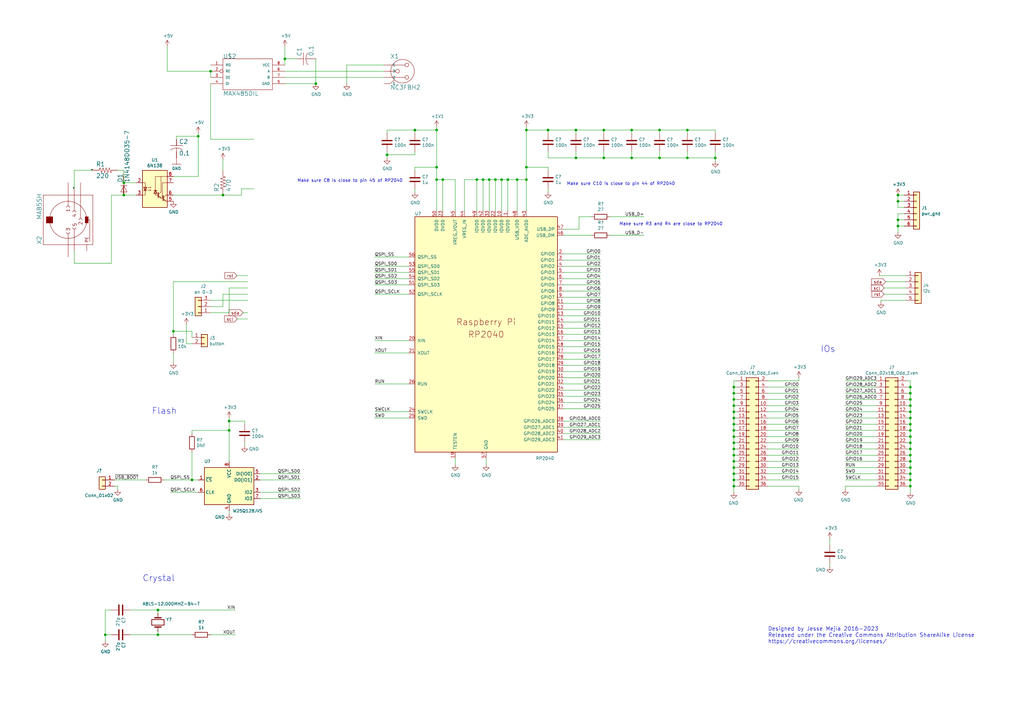
<source format=kicad_sch>
(kicad_sch (version 20211123) (generator eeschema)
  (paper "A3")
  (title_block (title "Midi2DMX v2") (date "Spring 2023") (rev "2") (company "Jesse Mejia"))
  (junction (at 300.99 184.15))
  (junction (at 300.99 191.77))
  (junction (at 81.28 55.88))
  (junction (at 179.07 68.58))
  (junction (at 50.8 74.93))
  (junction (at 368.3 82.55))
  (junction (at 300.99 196.85))
  (junction (at 300.99 168.91))
  (junction (at 224.79 53.34))
  (junction (at 300.99 163.83))
  (junction (at 300.99 176.53))
  (junction (at 179.07 73.66))
  (junction (at 373.38 173.99))
  (junction (at 300.99 166.37))
  (junction (at 300.99 186.69))
  (junction (at 300.99 173.99))
  (junction (at 236.22 53.34))
  (junction (at 300.99 171.45))
  (junction (at 64.77 260.35))
  (junction (at 181.61 73.66))
  (junction (at 373.38 158.75))
  (junction (at 281.94 64.77))
  (junction (at 259.08 53.34))
  (junction (at 300.99 158.75))
  (junction (at 78.74 196.85))
  (junction (at 203.2 73.66))
  (junction (at 215.9 73.66))
  (junction (at 368.3 90.17))
  (junction (at 300.99 194.31))
  (junction (at 208.28 73.66))
  (junction (at 373.38 179.07))
  (junction (at 170.18 53.34))
  (junction (at 300.99 199.39))
  (junction (at 373.38 191.77))
  (junction (at 281.94 53.34))
  (junction (at 373.38 189.23))
  (junction (at 71.12 135.89))
  (junction (at 368.3 92.71))
  (junction (at 200.66 73.66))
  (junction (at 300.99 189.23))
  (junction (at 373.38 186.69))
  (junction (at 270.51 64.77))
  (junction (at 247.65 53.34))
  (junction (at 373.38 184.15))
  (junction (at 300.99 179.07))
  (junction (at 373.38 168.91))
  (junction (at 373.38 194.31))
  (junction (at 64.77 250.19))
  (junction (at 373.38 171.45))
  (junction (at 86.36 29.21))
  (junction (at 373.38 161.29))
  (junction (at 373.38 181.61))
  (junction (at 129.54 34.29))
  (junction (at 373.38 196.85))
  (junction (at 236.22 64.77))
  (junction (at 198.12 73.66))
  (junction (at 179.07 53.34))
  (junction (at 300.99 181.61))
  (junction (at 368.3 80.01))
  (junction (at 212.09 73.66))
  (junction (at 93.98 176.53))
  (junction (at 259.08 64.77))
  (junction (at 300.99 161.29))
  (junction (at 43.18 260.35))
  (junction (at 215.9 53.34))
  (junction (at 205.74 73.66))
  (junction (at 93.98 172.72))
  (junction (at 373.38 166.37))
  (junction (at 116.84 24.13))
  (junction (at 373.38 176.53))
  (junction (at 91.44 80.01))
  (junction (at 50.8 80.01))
  (junction (at 270.51 53.34))
  (junction (at 195.58 73.66))
  (junction (at 373.38 199.39))
  (junction (at 373.38 163.83))
  (junction (at 247.65 64.77))
  (junction (at 158.75 63.5))
  (junction (at 215.9 68.58))
  (junction (at 293.37 64.77))
  (wire (pts (xy 231.14 172.72) (xy 246.38 172.72)))
  (wire (pts (xy 78.74 196.85) (xy 81.28 196.85)))
  (wire (pts (xy 231.14 129.54) (xy 246.38 129.54)))
  (wire (pts (xy 237.49 88.9) (xy 237.49 93.98)))
  (wire (pts (xy 270.51 64.77) (xy 259.08 64.77)))
  (wire (pts (xy 71.12 72.39) (xy 81.28 72.39)))
  (wire (pts (xy 93.98 209.55) (xy 93.98 210.82)))
  (wire (pts (xy 327.66 194.31) (xy 314.96 194.31)))
  (wire (pts (xy 293.37 64.77) (xy 293.37 66.04)))
  (wire (pts (xy 93.98 118.11) (xy 101.6 118.11)))
  (wire (pts (xy 359.41 173.99) (xy 346.71 173.99)))
  (wire (pts (xy 372.11 196.85) (xy 373.38 196.85)))
  (wire (pts (xy 231.14 167.64) (xy 246.38 167.64)))
  (wire (pts (xy 231.14 165.1) (xy 246.38 165.1)))
  (wire (pts (xy 72.39 55.88) (xy 72.39 57.15)))
  (wire (pts (xy 300.99 181.61) (xy 300.99 184.15)))
  (wire (pts (xy 372.11 168.91) (xy 373.38 168.91)))
  (wire (pts (xy 300.99 189.23) (xy 300.99 191.77)))
  (wire (pts (xy 186.69 86.36) (xy 186.69 73.66)))
  (wire (pts (xy 86.36 57.15) (xy 86.36 34.29)))
  (wire (pts (xy 327.66 186.69) (xy 314.96 186.69)))
  (wire (pts (xy 359.41 179.07) (xy 346.71 179.07)))
  (wire (pts (xy 302.26 199.39) (xy 300.99 199.39)))
  (wire (pts (xy 373.38 184.15) (xy 373.38 186.69)))
  (wire (pts (xy 247.65 64.77) (xy 236.22 64.77)))
  (wire (pts (xy 231.14 119.38) (xy 246.38 119.38)))
  (wire (pts (xy 71.12 148.59) (xy 71.12 144.78)))
  (wire (pts (xy 300.99 179.07) (xy 300.99 181.61)))
  (wire (pts (xy 302.26 191.77) (xy 300.99 191.77)))
  (wire (pts (xy 372.11 161.29) (xy 373.38 161.29)))
  (wire (pts (xy 86.36 125.73) (xy 91.44 125.73)))
  (wire (pts (xy 43.18 250.19) (xy 43.18 260.35)))
  (wire (pts (xy 170.18 54.61) (xy 170.18 53.34)))
  (wire (pts (xy 359.41 194.31) (xy 346.71 194.31)))
  (wire (pts (xy 205.74 73.66) (xy 208.28 73.66)))
  (wire (pts (xy 373.38 189.23) (xy 373.38 191.77)))
  (wire (pts (xy 359.41 158.75) (xy 346.71 158.75)))
  (wire (pts (xy 129.54 24.13) (xy 129.54 34.29)))
  (wire (pts (xy 372.11 166.37) (xy 373.38 166.37)))
  (wire (pts (xy 372.11 171.45) (xy 373.38 171.45)))
  (wire (pts (xy 373.38 173.99) (xy 373.38 176.53)))
  (wire (pts (xy 157.48 31.75) (xy 116.84 31.75)))
  (wire (pts (xy 179.07 73.66) (xy 179.07 86.36)))
  (wire (pts (xy 237.49 88.9) (xy 242.57 88.9)))
  (wire (pts (xy 231.14 154.94) (xy 246.38 154.94)))
  (wire (pts (xy 231.14 175.26) (xy 246.38 175.26)))
  (wire (pts (xy 68.58 29.21) (xy 86.36 29.21)))
  (wire (pts (xy 224.79 53.34) (xy 236.22 53.34)))
  (wire (pts (xy 179.07 52.07) (xy 179.07 53.34)))
  (wire (pts (xy 100.33 172.72) (xy 93.98 172.72)))
  (wire (pts (xy 231.14 106.68) (xy 246.38 106.68)))
  (wire (pts (xy 250.19 88.9) (xy 264.16 88.9)))
  (wire (pts (xy 368.3 87.63) (xy 370.84 87.63)))
  (wire (pts (xy 359.41 181.61) (xy 346.71 181.61)))
  (wire (pts (xy 91.44 80.01) (xy 71.12 80.01)))
  (wire (pts (xy 231.14 162.56) (xy 246.38 162.56)))
  (wire (pts (xy 247.65 54.61) (xy 247.65 53.34)))
  (wire (pts (xy 53.34 260.35) (xy 64.77 260.35)))
  (wire (pts (xy 327.66 199.39) (xy 314.96 199.39)))
  (wire (pts (xy 158.75 63.5) (xy 170.18 63.5)))
  (wire (pts (xy 231.14 104.14) (xy 246.38 104.14)))
  (wire (pts (xy 370.84 82.55) (xy 368.3 82.55)))
  (wire (pts (xy 371.475 115.57) (xy 363.22 115.57)))
  (wire (pts (xy 346.71 200.66) (xy 346.71 199.39)))
  (wire (pts (xy 78.74 177.8) (xy 78.74 176.53)))
  (wire (pts (xy 190.5 86.36) (xy 190.5 73.66)))
  (wire (pts (xy 259.08 53.34) (xy 270.51 53.34)))
  (wire (pts (xy 300.99 194.31) (xy 300.99 196.85)))
  (wire (pts (xy 368.3 90.17) (xy 368.3 87.63)))
  (wire (pts (xy 302.26 181.61) (xy 300.99 181.61)))
  (wire (pts (xy 200.66 73.66) (xy 203.2 73.66)))
  (wire (pts (xy 302.26 171.45) (xy 300.99 171.45)))
  (wire (pts (xy 78.74 185.42) (xy 78.74 196.85)))
  (wire (pts (xy 215.9 53.34) (xy 215.9 68.58)))
  (wire (pts (xy 205.74 86.36) (xy 205.74 73.66)))
  (wire (pts (xy 302.26 163.83) (xy 300.99 163.83)))
  (wire (pts (xy 203.2 73.66) (xy 205.74 73.66)))
  (wire (pts (xy 250.19 96.52) (xy 264.16 96.52)))
  (wire (pts (xy 231.14 134.62) (xy 246.38 134.62)))
  (wire (pts (xy 327.66 156.21) (xy 327.66 154.94)))
  (wire (pts (xy 231.14 144.78) (xy 246.38 144.78)))
  (wire (pts (xy 153.67 116.84) (xy 167.64 116.84)))
  (wire (pts (xy 181.61 73.66) (xy 179.07 73.66)))
  (wire (pts (xy 373.38 181.61) (xy 373.38 184.15)))
  (wire (pts (xy 247.65 62.23) (xy 247.65 64.77)))
  (wire (pts (xy 153.67 109.22) (xy 167.64 109.22)))
  (wire (pts (xy 71.12 135.89) (xy 71.12 137.16)))
  (wire (pts (xy 327.66 189.23) (xy 314.96 189.23)))
  (wire (pts (xy 281.94 64.77) (xy 293.37 64.77)))
  (wire (pts (xy 158.75 62.23) (xy 158.75 63.5)))
  (wire (pts (xy 198.12 86.36) (xy 198.12 73.66)))
  (wire (pts (xy 373.38 158.75) (xy 373.38 161.29)))
  (wire (pts (xy 373.38 179.07) (xy 373.38 181.61)))
  (wire (pts (xy 167.64 157.48) (xy 153.67 157.48)))
  (wire (pts (xy 359.41 163.83) (xy 346.71 163.83)))
  (wire (pts (xy 259.08 62.23) (xy 259.08 64.77)))
  (wire (pts (xy 215.9 68.58) (xy 215.9 73.66)))
  (wire (pts (xy 231.14 116.84) (xy 246.38 116.84)))
  (wire (pts (xy 153.67 111.76) (xy 167.64 111.76)))
  (wire (pts (xy 45.72 260.35) (xy 43.18 260.35)))
  (wire (pts (xy 121.92 24.13) (xy 116.84 24.13)))
  (wire (pts (xy 231.14 157.48) (xy 246.38 157.48)))
  (wire (pts (xy 68.58 19.05) (xy 68.58 29.21)))
  (wire (pts (xy 371.475 120.65) (xy 362.585 120.65)))
  (wire (pts (xy 372.11 186.69) (xy 373.38 186.69)))
  (wire (pts (xy 231.14 121.92) (xy 246.38 121.92)))
  (wire (pts (xy 231.14 127) (xy 246.38 127)))
  (wire (pts (xy 327.66 173.99) (xy 314.96 173.99)))
  (wire (pts (xy 81.28 54.61) (xy 81.28 55.88)))
  (wire (pts (xy 302.26 168.91) (xy 300.99 168.91)))
  (wire (pts (xy 104.14 57.15) (xy 86.36 57.15)))
  (wire (pts (xy 373.38 163.83) (xy 373.38 166.37)))
  (wire (pts (xy 93.98 171.45) (xy 93.98 172.72)))
  (wire (pts (xy 46.99 199.39) (xy 48.26 199.39)))
  (wire (pts (xy 359.41 184.15) (xy 346.71 184.15)))
  (wire (pts (xy 153.67 139.7) (xy 167.64 139.7)))
  (wire (pts (xy 158.75 63.5) (xy 158.75 64.77)))
  (wire (pts (xy 186.69 73.66) (xy 181.61 73.66)))
  (wire (pts (xy 373.38 171.45) (xy 373.38 173.99)))
  (wire (pts (xy 104.14 77.47) (xy 99.06 77.47)))
  (wire (pts (xy 199.39 187.96) (xy 199.39 190.5)))
  (wire (pts (xy 300.99 173.99) (xy 300.99 176.53)))
  (wire (pts (xy 270.51 53.34) (xy 281.94 53.34)))
  (wire (pts (xy 91.44 120.65) (xy 101.6 120.65)))
  (wire (pts (xy 158.75 53.34) (xy 170.18 53.34)))
  (wire (pts (xy 53.34 250.19) (xy 64.77 250.19)))
  (wire (pts (xy 368.3 95.25) (xy 368.3 92.71)))
  (wire (pts (xy 359.41 168.91) (xy 346.71 168.91)))
  (wire (pts (xy 372.11 173.99) (xy 373.38 173.99)))
  (wire (pts (xy 106.68 196.85) (xy 123.19 196.85)))
  (wire (pts (xy 170.18 77.47) (xy 170.18 78.74)))
  (wire (pts (xy 48.26 199.39) (xy 48.26 200.66)))
  (wire (pts (xy 327.66 200.66) (xy 327.66 199.39)))
  (wire (pts (xy 281.94 53.34) (xy 293.37 53.34)))
  (wire (pts (xy 224.79 62.23) (xy 224.79 64.77)))
  (wire (pts (xy 91.44 65.405) (xy 91.44 69.85)))
  (wire (pts (xy 30.48 69.85) (xy 30.48 77.47)))
  (wire (pts (xy 179.07 68.58) (xy 179.07 73.66)))
  (wire (pts (xy 302.26 184.15) (xy 300.99 184.15)))
  (wire (pts (xy 281.94 64.77) (xy 270.51 64.77)))
  (wire (pts (xy 64.77 260.35) (xy 78.74 260.35)))
  (wire (pts (xy 302.26 176.53) (xy 300.99 176.53)))
  (wire (pts (xy 327.66 156.21) (xy 314.96 156.21)))
  (wire (pts (xy 93.98 172.72) (xy 93.98 176.53)))
  (wire (pts (xy 157.48 26.67) (xy 142.24 26.67)))
  (wire (pts (xy 370.84 85.09) (xy 368.3 85.09)))
  (wire (pts (xy 373.38 191.77) (xy 373.38 194.31)))
  (wire (pts (xy 86.36 123.19) (xy 101.6 123.19)))
  (wire (pts (xy 302.26 161.29) (xy 300.99 161.29)))
  (wire (pts (xy 116.84 24.13) (xy 116.84 19.05)))
  (wire (pts (xy 170.18 53.34) (xy 179.07 53.34)))
  (wire (pts (xy 76.454 140.97) (xy 78.74 140.97)))
  (wire (pts (xy 373.38 176.53) (xy 373.38 179.07)))
  (wire (pts (xy 231.14 160.02) (xy 246.38 160.02)))
  (wire (pts (xy 300.99 196.85) (xy 300.99 199.39)))
  (wire (pts (xy 212.09 86.36) (xy 212.09 73.66)))
  (wire (pts (xy 224.79 54.61) (xy 224.79 53.34)))
  (wire (pts (xy 372.11 184.15) (xy 373.38 184.15)))
  (wire (pts (xy 231.14 132.08) (xy 246.38 132.08)))
  (wire (pts (xy 231.14 142.24) (xy 246.38 142.24)))
  (wire (pts (xy 373.38 168.91) (xy 373.38 171.45)))
  (wire (pts (xy 368.3 92.71) (xy 368.3 90.17)))
  (wire (pts (xy 373.38 196.85) (xy 373.38 199.39)))
  (wire (pts (xy 302.26 189.23) (xy 300.99 189.23)))
  (wire (pts (xy 270.51 54.61) (xy 270.51 53.34)))
  (wire (pts (xy 300.99 199.39) (xy 300.99 201.93)))
  (wire (pts (xy 371.475 113.03) (xy 360.68 113.03)))
  (wire (pts (xy 236.22 53.34) (xy 247.65 53.34)))
  (wire (pts (xy 231.14 139.7) (xy 246.38 139.7)))
  (wire (pts (xy 100.33 181.61) (xy 100.33 182.88)))
  (wire (pts (xy 91.44 125.73) (xy 91.44 120.65)))
  (wire (pts (xy 372.11 176.53) (xy 373.38 176.53)))
  (wire (pts (xy 359.41 176.53) (xy 346.71 176.53)))
  (wire (pts (xy 78.74 135.89) (xy 78.74 138.43)))
  (wire (pts (xy 195.58 86.36) (xy 195.58 73.66)))
  (wire (pts (xy 236.22 64.77) (xy 224.79 64.77)))
  (wire (pts (xy 231.14 137.16) (xy 246.38 137.16)))
  (wire (pts (xy 86.36 128.27) (xy 93.98 128.27)))
  (wire (pts (xy 359.41 166.37) (xy 346.71 166.37)))
  (wire (pts (xy 167.64 168.91) (xy 153.67 168.91)))
  (wire (pts (xy 293.37 54.61) (xy 293.37 53.34)))
  (wire (pts (xy 198.12 73.66) (xy 200.66 73.66)))
  (wire (pts (xy 76.454 133.096) (xy 76.454 140.97)))
  (wire (pts (xy 167.64 120.65) (xy 153.67 120.65)))
  (wire (pts (xy 78.74 176.53) (xy 93.98 176.53)))
  (wire (pts (xy 86.36 260.35) (xy 96.52 260.35)))
  (wire (pts (xy 101.6 115.57) (xy 71.12 115.57)))
  (wire (pts (xy 327.66 176.53) (xy 314.96 176.53)))
  (wire (pts (xy 373.38 156.21) (xy 373.38 158.75)))
  (wire (pts (xy 281.94 54.61) (xy 281.94 53.34)))
  (wire (pts (xy 371.475 123.19) (xy 361.315 123.19)))
  (wire (pts (xy 259.08 54.61) (xy 259.08 53.34)))
  (wire (pts (xy 231.14 93.98) (xy 237.49 93.98)))
  (wire (pts (xy 372.11 179.07) (xy 373.38 179.07)))
  (wire (pts (xy 50.8 74.93) (xy 55.88 74.93)))
  (wire (pts (xy 373.38 161.29) (xy 373.38 163.83)))
  (wire (pts (xy 302.26 158.75) (xy 300.99 158.75)))
  (wire (pts (xy 373.38 199.39) (xy 373.38 201.93)))
  (wire (pts (xy 300.99 163.83) (xy 300.99 166.37)))
  (wire (pts (xy 200.66 86.36) (xy 200.66 73.66)))
  (wire (pts (xy 359.41 171.45) (xy 346.71 171.45)))
  (wire (pts (xy 81.28 55.88) (xy 72.39 55.88)))
  (wire (pts (xy 327.66 163.83) (xy 314.96 163.83)))
  (wire (pts (xy 372.11 194.31) (xy 373.38 194.31)))
  (wire (pts (xy 101.6 128.27) (xy 99.695 128.27)))
  (wire (pts (xy 231.14 180.34) (xy 246.38 180.34)))
  (wire (pts (xy 97.155 113.03) (xy 101.6 113.03)))
  (wire (pts (xy 231.14 177.8) (xy 246.38 177.8)))
  (wire (pts (xy 208.28 73.66) (xy 208.28 86.36)))
  (wire (pts (xy 302.26 179.07) (xy 300.99 179.07)))
  (wire (pts (xy 300.99 171.45) (xy 300.99 173.99)))
  (wire (pts (xy 372.11 189.23) (xy 373.38 189.23)))
  (wire (pts (xy 300.99 191.77) (xy 300.99 194.31)))
  (wire (pts (xy 231.14 111.76) (xy 246.38 111.76)))
  (wire (pts (xy 215.9 53.34) (xy 224.79 53.34)))
  (wire (pts (xy 195.58 73.66) (xy 198.12 73.66)))
  (wire (pts (xy 359.41 191.77) (xy 346.71 191.77)))
  (wire (pts (xy 327.66 181.61) (xy 314.96 181.61)))
  (wire (pts (xy 302.26 173.99) (xy 300.99 173.99)))
  (wire (pts (xy 302.26 186.69) (xy 300.99 186.69)))
  (wire (pts (xy 359.41 196.85) (xy 346.71 196.85)))
  (wire (pts (xy 93.98 176.53) (xy 93.98 189.23)))
  (wire (pts (xy 300.99 166.37) (xy 300.99 168.91)))
  (wire (pts (xy 372.11 199.39) (xy 373.38 199.39)))
  (wire (pts (xy 302.26 196.85) (xy 300.99 196.85)))
  (wire (pts (xy 224.79 77.47) (xy 224.79 78.74)))
  (wire (pts (xy 30.48 102.87) (xy 30.48 107.95)))
  (wire (pts (xy 340.36 231.14) (xy 340.36 232.41)))
  (wire (pts (xy 50.8 69.85) (xy 50.8 74.93)))
  (wire (pts (xy 215.9 73.66) (xy 215.9 86.36)))
  (wire (pts (xy 231.14 109.22) (xy 246.38 109.22)))
  (wire (pts (xy 359.41 161.29) (xy 346.71 161.29)))
  (wire (pts (xy 327.66 166.37) (xy 314.96 166.37)))
  (wire (pts (xy 300.99 186.69) (xy 300.99 189.23)))
  (wire (pts (xy 30.48 69.85) (xy 38.1 69.85)))
  (wire (pts (xy 167.64 105.41) (xy 153.67 105.41)))
  (wire (pts (xy 167.64 144.78) (xy 153.67 144.78)))
  (wire (pts (xy 371.475 118.11) (xy 362.585 118.11)))
  (wire (pts (xy 179.07 53.34) (xy 179.07 68.58)))
  (wire (pts (xy 247.65 53.34) (xy 259.08 53.34)))
  (wire (pts (xy 327.66 161.29) (xy 314.96 161.29)))
  (wire (pts (xy 231.14 152.4) (xy 246.38 152.4)))
  (wire (pts (xy 361.315 123.19) (xy 361.315 123.825)))
  (wire (pts (xy 93.98 128.27) (xy 93.98 118.11)))
  (wire (pts (xy 170.18 63.5) (xy 170.18 62.23)))
  (wire (pts (xy 30.48 107.95) (xy 45.72 107.95)))
  (wire (pts (xy 302.26 156.21) (xy 300.99 156.21)))
  (wire (pts (xy 236.22 54.61) (xy 236.22 53.34)))
  (wire (pts (xy 293.37 62.23) (xy 293.37 64.77)))
  (wire (pts (xy 45.72 107.95) (xy 45.72 80.01)))
  (wire (pts (xy 372.11 163.83) (xy 373.38 163.83)))
  (wire (pts (xy 300.99 158.75) (xy 300.99 161.29)))
  (wire (pts (xy 359.41 186.69) (xy 346.71 186.69)))
  (wire (pts (xy 215.9 68.58) (xy 224.79 68.58)))
  (wire (pts (xy 142.24 26.67) (xy 142.24 34.29)))
  (wire (pts (xy 236.22 62.23) (xy 236.22 64.77)))
  (wire (pts (xy 106.68 204.47) (xy 123.19 204.47)))
  (wire (pts (xy 327.66 191.77) (xy 314.96 191.77)))
  (wire (pts (xy 91.44 80.01) (xy 99.06 80.01)))
  (wire (pts (xy 370.84 90.17) (xy 368.3 90.17)))
  (wire (pts (xy 327.66 171.45) (xy 314.96 171.45)))
  (wire (pts (xy 368.3 82.55) (xy 368.3 80.01)))
  (wire (pts (xy 106.68 194.31) (xy 123.19 194.31)))
  (wire (pts (xy 300.99 168.91) (xy 300.99 171.45)))
  (wire (pts (xy 97.155 130.81) (xy 101.6 130.81)))
  (wire (pts (xy 302.26 166.37) (xy 300.99 166.37)))
  (wire (pts (xy 215.9 52.07) (xy 215.9 53.34)))
  (wire (pts (xy 373.38 194.31) (xy 373.38 196.85)))
  (wire (pts (xy 370.84 92.71) (xy 368.3 92.71)))
  (wire (pts (xy 231.14 149.86) (xy 246.38 149.86)))
  (wire (pts (xy 55.88 80.01) (xy 50.8 80.01)))
  (wire (pts (xy 170.18 68.58) (xy 179.07 68.58)))
  (wire (pts (xy 231.14 114.3) (xy 246.38 114.3)))
  (wire (pts (xy 100.33 173.99) (xy 100.33 172.72)))
  (wire (pts (xy 372.11 181.61) (xy 373.38 181.61)))
  (wire (pts (xy 43.18 260.35) (xy 43.18 262.89)))
  (wire (pts (xy 327.66 179.07) (xy 314.96 179.07)))
  (wire (pts (xy 186.69 187.96) (xy 186.69 190.5)))
  (wire (pts (xy 116.84 26.67) (xy 116.84 24.13)))
  (wire (pts (xy 158.75 54.61) (xy 158.75 53.34)))
  (wire (pts (xy 71.12 135.89) (xy 78.74 135.89)))
  (wire (pts (xy 116.84 34.29) (xy 129.54 34.29)))
  (wire (pts (xy 346.71 199.39) (xy 359.41 199.39)))
  (wire (pts (xy 64.77 251.46) (xy 64.77 250.19)))
  (wire (pts (xy 300.99 176.53) (xy 300.99 179.07)))
  (wire (pts (xy 48.26 69.85) (xy 50.8 69.85)))
  (wire (pts (xy 300.99 184.15) (xy 300.99 186.69)))
  (wire (pts (xy 270.51 62.23) (xy 270.51 64.77)))
  (wire (pts (xy 153.67 114.3) (xy 167.64 114.3)))
  (wire (pts (xy 224.79 69.85) (xy 224.79 68.58)))
  (wire (pts (xy 69.85 201.93) (xy 81.28 201.93)))
  (wire (pts (xy 368.3 85.09) (xy 368.3 82.55)))
  (wire (pts (xy 231.14 96.52) (xy 242.57 96.52)))
  (wire (pts (xy 170.18 69.85) (xy 170.18 68.58)))
  (wire (pts (xy 327.66 184.15) (xy 314.96 184.15)))
  (wire (pts (xy 203.2 86.36) (xy 203.2 73.66)))
  (wire (pts (xy 300.99 156.21) (xy 300.99 158.75)))
  (wire (pts (xy 116.84 29.21) (xy 157.48 29.21)))
  (wire (pts (xy 231.14 147.32) (xy 246.38 147.32)))
  (wire (pts (xy 81.28 55.88) (xy 81.28 72.39)))
  (wire (pts (xy 327.66 168.91) (xy 314.96 168.91)))
  (wire (pts (xy 190.5 73.66) (xy 195.58 73.66)))
  (wire (pts (xy 212.09 73.66) (xy 215.9 73.66)))
  (wire (pts (xy 259.08 64.77) (xy 247.65 64.77)))
  (wire (pts (xy 67.31 196.85) (xy 78.74 196.85)))
  (wire (pts (xy 302.26 194.31) (xy 300.99 194.31)))
  (wire (pts (xy 372.11 156.21) (xy 373.38 156.21)))
  (wire (pts (xy 99.06 77.47) (xy 99.06 80.01)))
  (wire (pts (xy 340.36 220.98) (xy 340.36 223.52)))
  (wire (pts (xy 372.11 191.77) (xy 373.38 191.77)))
  (wire (pts (xy 71.12 115.57) (xy 71.12 135.89)))
  (wire (pts (xy 359.41 156.21) (xy 346.71 156.21)))
  (wire (pts (xy 300.99 161.29) (xy 300.99 163.83)))
  (wire (pts (xy 106.68 201.93) (xy 123.19 201.93)))
  (wire (pts (xy 372.11 158.75) (xy 373.38 158.75)))
  (wire (pts (xy 231.14 124.46) (xy 246.38 124.46)))
  (wire (pts (xy 281.94 62.23) (xy 281.94 64.77)))
  (wire (pts (xy 370.84 80.01) (xy 368.3 80.01)))
  (wire (pts (xy 359.41 189.23) (xy 346.71 189.23)))
  (wire (pts (xy 45.72 250.19) (xy 43.18 250.19)))
  (wire (pts (xy 64.77 250.19) (xy 96.52 250.19)))
  (wire (pts (xy 86.36 29.21) (xy 86.36 31.75)))
  (wire (pts (xy 208.28 73.66) (xy 212.09 73.66)))
  (wire (pts (xy 373.38 186.69) (xy 373.38 189.23)))
  (wire (pts (xy 59.69 196.85) (xy 46.99 196.85)))
  (wire (pts (xy 167.64 171.45) (xy 153.67 171.45)))
  (wire (pts (xy 373.38 166.37) (xy 373.38 168.91)))
  (wire (pts (xy 181.61 86.36) (xy 181.61 73.66)))
  (wire (pts (xy 64.77 259.08) (xy 64.77 260.35)))
  (wire (pts (xy 327.66 158.75) (xy 314.96 158.75)))
  (wire (pts (xy 327.66 196.85) (xy 314.96 196.85)))
  (wire (pts (xy 45.72 80.01) (xy 50.8 80.01)))
  (text "Designed by Jesse Mejía 2016-2023\nReleased under the Creative Commons Attribution ShareAlike License\nhttps://creativecommons.org/licenses/" (at 314.96 264.16 0) (effects (font (size 1.6002 1.6002)) (justify left bottom)))
  (text "Make sure C8 is close to pin 45 of RP2040" (at 121.92 74.93 0) (effects (font (size 1.27 1.27)) (justify left bottom)))
  (text "IOs" (at 336.55 144.78 0) (effects (font (size 2.54 2.54)) (justify left bottom)))
  (text "Flash" (at 62.23 170.18 0) (effects (font (size 2.54 2.54)) (justify left bottom)))
  (text "Make sure C10 is close to pin 44 of RP2040" (at 232.41 76.2 0) (effects (font (size 1.27 1.27)) (justify left bottom)))
  (text "Make sure R3 and R4 are close to RP2040" (at 254 92.71 0) (effects (font (size 1.27 1.27)) (justify left bottom)))
  (text "Crystal" (at 58.42 238.76 0) (effects (font (size 2.54 2.54)) (justify left bottom)))
  (label "GPIO11" (at 246.38 132.08 180))
  (label "GPIO13" (at 327.66 191.77 180))
  (label "GPIO17" (at 246.38 147.32 180))
  (label "XIN" (at 96.52 250.19 180))
  (label "SWCLK" (at 153.67 168.91 0))
  (label "GPIO18" (at 346.71 184.15 0))
  (label "GPIO28_ADC2" (at 346.71 158.75 0))
  (label "GPIO0" (at 246.38 104.14 180))
  (label "GPIO6" (at 327.66 173.99 180))
  (label "GPIO12" (at 327.66 189.23 180))
  (label "SWCLK" (at 346.71 196.85 0))
  (label "GPIO18" (at 246.38 149.86 180))
  (label "USB_D-" (at 264.16 96.52 180))
  (label "GPIO16" (at 246.38 144.78 180))
  (label "GPIO24" (at 246.38 165.1 180))
  (label "QSPI_SD3" (at 123.19 204.47 180))
  (label "GPIO3" (at 246.38 111.76 180))
  (label "GPIO23" (at 346.71 171.45 0))
  (label "XOUT" (at 96.52 260.35 180))
  (label "QSPI_SD2" (at 123.19 201.93 180))
  (label "GPIO15" (at 327.66 196.85 180))
  (label "GPIO6" (at 246.38 119.38 180))
  (label "QSPI_SS" (at 69.85 196.85 0))
  (label "GPIO7" (at 327.66 176.53 180))
  (label "GPIO26_ADC0" (at 346.71 163.83 0))
  (label "GPIO1" (at 327.66 161.29 180))
  (label "QSPI_SD2" (at 153.67 114.3 0))
  (label "GPIO25" (at 346.71 166.37 0))
  (label "QSPI_SD3" (at 153.67 116.84 0))
  (label "GPIO19" (at 346.71 181.61 0))
  (label "GPIO10" (at 246.38 129.54 180))
  (label "RUN" (at 346.71 191.77 0))
  (label "QSPI_SS" (at 153.67 105.41 0))
  (label "N$6" (at 30.48 77.47 90) (effects (font (size 0.254 0.254))))
  (label "QSPI_SCLK" (at 69.85 201.93 0))
  (label "GPIO21" (at 246.38 157.48 180))
  (label "GPIO24" (at 346.71 168.91 0))
  (label "GPIO19" (at 246.38 152.4 180))
  (label "GPIO20" (at 346.71 179.07 0))
  (label "GPIO23" (at 246.38 162.56 180))
  (label "GPIO9" (at 327.66 181.61 180))
  (label "GPIO4" (at 327.66 168.91 180))
  (label "GPIO29_ADC3" (at 246.38 180.34 180))
  (label "GPIO16" (at 346.71 189.23 0))
  (label "GPIO20" (at 246.38 154.94 180))
  (label "XIN" (at 153.67 139.7 0))
  (label "GPIO22" (at 346.71 173.99 0))
  (label "RUN" (at 153.67 157.48 0))
  (label "GPIO14" (at 246.38 139.7 180))
  (label "QSPI_SD0" (at 153.67 109.22 0))
  (label "GPIO26_ADC0" (at 246.38 172.72 180))
  (label "USB_D+" (at 264.16 88.9 180))
  (label "SWD" (at 346.71 194.31 0))
  (label "GPIO25" (at 246.38 167.64 180))
  (label "QSPI_SD0" (at 123.19 194.31 180))
  (label "GPIO22" (at 246.38 160.02 180))
  (label "GPIO3" (at 327.66 166.37 180))
  (label "GPIO14" (at 327.66 194.31 180))
  (label "GPIO8" (at 246.38 124.46 180))
  (label "GPIO28_ADC2" (at 246.38 177.8 180))
  (label "XOUT" (at 153.67 144.78 0))
  (label "GPIO10" (at 327.66 184.15 180))
  (label "GPIO27_ADC1" (at 246.38 175.26 180))
  (label "GPIO21" (at 346.71 176.53 0))
  (label "GPIO4" (at 246.38 114.3 180))
  (label "GPIO29_ADC3" (at 346.71 156.21 0))
  (label "GPIO5" (at 327.66 171.45 180))
  (label "GPIO13" (at 246.38 137.16 180))
  (label "GPIO27_ADC1" (at 346.71 161.29 0))
  (label "N$6" (at 38.1 69.85 180) (effects (font (size 0.254 0.254))))
  (label "~{USB_BOOT}" (at 46.99 196.85 0))
  (label "GPIO12" (at 246.38 134.62 180))
  (label "GPIO11" (at 327.66 186.69 180))
  (label "GPIO7" (at 246.38 121.92 180))
  (label "GPIO5" (at 246.38 116.84 180))
  (label "GPIO2" (at 327.66 163.83 180))
  (label "GPIO2" (at 246.38 109.22 180))
  (label "GPIO17" (at 346.71 186.69 0))
  (label "GPIO9" (at 246.38 127 180))
  (label "QSPI_SD1" (at 153.67 111.76 0))
  (label "GPIO15" (at 246.38 142.24 180))
  (label "QSPI_SCLK" (at 153.67 120.65 0))
  (label "QSPI_SD1" (at 123.19 196.85 180))
  (label "GPIO0" (at 327.66 158.75 180))
  (label "GPIO8" (at 327.66 179.07 180))
  (label "GPIO1" (at 246.38 106.68 180))
  (label "SWD" (at 153.67 171.45 0))
  (global_label "sda" (shape input) (at 363.22 115.57 180) (property "Intersheet References" "${INTERSHEET_REFS}" (effects hide)))
  (global_label "rst" (shape input) (at 362.585 120.65 180) (property "Intersheet References" "${INTERSHEET_REFS}" (effects hide)))
  (global_label "sda" (shape input) (at 99.695 128.27 180) (property "Intersheet References" "${INTERSHEET_REFS}" (effects hide)))
  (global_label "scl" (shape input) (at 362.585 118.11 180) (property "Intersheet References" "${INTERSHEET_REFS}" (effects hide)))
  (global_label "rst" (shape input) (at 97.155 113.03 180) (property "Intersheet References" "${INTERSHEET_REFS}" (effects hide)))
  (global_label "scl" (shape input) (at 97.282 130.81 180) (property "Intersheet References" "${INTERSHEET_REFS}" (effects hide)))
  (symbol (lib_id "midi2dmx:C-US025-024X044") (at 124.46 24.13 90) (unit 1)
    (property "Reference" "C1" (at 123.825 23.114 0) (effects (font (size 1.778 1.778)) (justify left bottom)))
    (property "Value" "0.1" (at 128.651 23.114 0) (effects (font (size 1.778 1.778)) (justify left bottom)))
    (property "Footprint" "midi2dmx:C025-024X044" (effects hide))
  )
  (symbol (lib_id "midi2dmx:C-US025-024X044") (at 72.39 59.69 0) (unit 1)
    (property "Reference" "C2" (at 73.406 59.0804 0) (effects (font (size 1.778 1.778)) (justify left bottom)))
    (property "Value" "0.1" (at 73.3806 63.881 0) (effects (font (size 1.778 1.778)) (justify left bottom)))
    (property "Footprint" "midi2dmx:C025-024X044" (effects hide))
  )
  (symbol (lib_id "midi2dmx:1N4148DO35-7") (at 50.8 77.47 90) (unit 1)
    (property "Reference" "D1" (at 50.3174 74.93 0) (effects (font (size 1.778 1.778)) (justify left bottom)))
    (property "Value" "1N4148DO35-7" (at 53.1114 74.93 0) (effects (font (size 1.778 1.778)) (justify left bottom)))
    (property "Footprint" "midi2dmx:DO35-7" (effects hide))
  )
  (symbol (lib_id "midi2dmx:FRAME_A_L") (at -6.35 179.07 0) (unit 1)
    (property "Reference" "#FRAME2" (effects hide))
  )
  (symbol (lib_id "midi2dmx:R-US_0309_12") (at 43.18 69.85 0) (unit 1)
    (property "Reference" "R1" (at 39.37 68.3514 0) (effects (font (size 1.778 1.778)) (justify left bottom)))
    (property "Value" "220" (at 39.37 73.152 0) (effects (font (size 1.778 1.778)) (justify left bottom)))
    (property "Footprint" "4ms_Resistor:R_Axial_DIN0207_L6.3mm_D2.5mm_P7.62mm_Horizontal" (effects hide))
  )
  (symbol (lib_id "midi2dmx:R-US_0309_12") (at 91.44 74.93 90) (unit 1)
    (property "Reference" "R2" (at 89.9414 78.74 0) (effects (font (size 1.778 1.778)) (justify left bottom)))
    (property "Value" "470" (at 94.742 78.74 0) (effects (font (size 1.778 1.778)) (justify left bottom)))
    (property "Footprint" "4ms_Resistor:R_Axial_DIN0207_L6.3mm_D2.5mm_P7.62mm_Horizontal" (effects hide))
  )
  (symbol (lib_id "midi2dmx:MAX485DIL") (at 101.6 31.75 0) (unit 1)
    (property "Reference" "U$2" (at 91.44 24.13 0) (effects (font (size 1.778 1.778)) (justify left bottom)))
    (property "Value" "MAX485DIL" (at 91.44 39.37 0) (effects (font (size 1.778 1.778)) (justify left bottom)))
    (property "Footprint" "4ms_Package_DIP:DIP-8pin_TH" (effects hide))
  )
  (symbol (lib_id "midi2dmx:NC3FBH2") (at 165.1 29.21 0) (unit 1)
    (property "Reference" "X1" (at 160.02 24.13 0) (effects (font (size 1.778 1.778)) (justify left bottom)))
    (property "Value" "NC3FBH2" (at 160.02 36.83 0) (effects (font (size 1.778 1.778)) (justify left bottom)))
    (property "Footprint" "midi2dmx:NC3FBH2" (effects hide))
  )
  (symbol (lib_id "midi2dmx:MAB5SH") (at 27.94 90.17 90) (unit 1)
    (property "Reference" "X2" (at 17.145 100.33 0) (effects (font (size 1.778 1.778)) (justify left bottom)))
    (property "Value" "MAB5SH" (at 17.145 90.17 0) (effects (font (size 1.778 1.778)) (justify left bottom)))
    (property "Footprint" "midi2dmx:MAB5SH" (effects hide))
  )
  (symbol (lib_id "midi2dmx-rescue:6N138-Isolator") (at 63.5 77.47 0) (unit 1)
    (property "Reference" "U1" (at 63.5 65.6082 0))
    (property "Value" "6N138" (at 63.5 67.9196 0))
    (property "Footprint" "4ms_Package_DIP:DIP-8pin_TH" (effects hide))
    (property "Datasheet" "http://www.onsemi.com/pub/Collateral/HCPL2731-D.pdf" (effects hide))
  )
  (symbol (lib_id "midi2dmx:GND") (at 72.39 67.31 0) (unit 1)
    (property "Reference" "#GND0101" (effects hide))
    (property "Value" "GND" (at 72.39 69.1134 0) (effects (font (size 1.143 1.143))))
  )
  (symbol (lib_id "midi2dmx-rescue:+5V-power") (at 81.28 54.61 0) (unit 1)
    (property "Reference" "#PWR0101" (effects hide))
    (property "Value" "+5V" (at 81.661 50.2158 0))
  )
  (symbol (lib_id "midi2dmx-rescue:+5V-power") (at 116.84 19.05 0) (unit 1)
    (property "Reference" "#PWR0103" (effects hide))
    (property "Value" "+5V" (at 117.221 14.6558 0))
  )
  (symbol (lib_id "midi2dmx-rescue:+5V-power") (at 68.58 19.05 0) (unit 1)
    (property "Reference" "#PWR0104" (effects hide))
    (property "Value" "+5V" (at 68.961 14.6558 0))
  )
  (symbol (lib_id "midi2dmx-rescue:+3.3V-power") (at 91.44 65.405 0) (unit 1)
    (property "Reference" "#PWR0105" (effects hide))
    (property "Value" "+3.3V" (at 91.821 61.0108 0))
  )
  (symbol (lib_id "midi2dmx-rescue:Conn_01x06-4ms-headers") (at 375.92 85.09 0) (unit 1)
    (property "Reference" "J1" (at 377.952 85.2932 0) (effects (justify left)))
    (property "Value" "pwr_gnd" (at 377.952 87.6046 0) (effects (justify left)))
    (property "Footprint" "4ms_Connector:Pins_1x06_2.54mm_TH_SWD" (effects hide))
  )
  (symbol (lib_id "midi2dmx-rescue:+3.3V-4ms-power") (at 368.3 80.01 0) (unit 1)
    (property "Reference" "#PWR0107" (effects hide))
    (property "Value" "+3.3V" (at 368.681 75.6158 0))
  )
  (symbol (lib_id "midi2dmx-rescue:GND-4ms-power") (at 368.3 95.25 0) (unit 1)
    (property "Reference" "#PWR0108" (effects hide))
    (property "Value" "GND" (at 368.427 99.6442 0))
  )
  (symbol (lib_id "midi2dmx-rescue:Conn_01x03-4ms-headers") (at 81.28 125.73 180) (unit 1)
    (property "Reference" "J2" (at 83.3628 117.475 0))
    (property "Value" "an 0-3" (at 83.3628 119.7864 0))
    (property "Footprint" "4ms_Connector:Pins_1x03_2.54mm_TH" (effects hide))
  )
  (symbol (lib_id "midi2dmx-rescue:Conn_01x02-4ms-headers") (at 83.82 138.43 0) (unit 1)
    (property "Reference" "J3" (at 85.852 138.6332 0) (effects (justify left)))
    (property "Value" "button" (at 85.852 140.9446 0) (effects (justify left)))
    (property "Footprint" "4ms_Connector:Pins_1x02_2.54mm_TH" (effects hide))
  )
  (symbol (lib_id "midi2dmx-rescue:R-4ms-passives") (at 71.12 140.97 0) (unit 1)
    (property "Reference" "R3" (at 72.898 139.8016 0) (effects (justify left)))
    (property "Value" "10k" (at 72.898 142.113 0) (effects (justify left)))
    (property "Footprint" "4ms_Resistor:R_Axial_DIN0207_L6.3mm_D2.5mm_P7.62mm_Horizontal" (effects hide))
  )
  (symbol (lib_id "midi2dmx-rescue:GND-4ms-power") (at 71.12 148.59 0) (unit 1)
    (property "Reference" "#PWR0109" (effects hide))
    (property "Value" "GND" (at 71.247 152.9842 0))
  )
  (symbol (lib_id "midi2dmx-rescue:+3.3V-4ms-power") (at 76.454 133.096 0) (unit 1)
    (property "Reference" "#PWR0110" (effects hide))
    (property "Value" "+3.3V" (at 76.835 128.7018 0))
  )
  (symbol (lib_id "midi2dmx-rescue:+3.3V-4ms-power") (at 360.68 113.03 0) (unit 1)
    (property "Reference" "#PWR0111" (effects hide))
    (property "Value" "+3.3V" (at 361.061 108.6358 0))
  )
  (symbol (lib_id "midi2dmx-rescue:GND-4ms-power") (at 361.315 123.825 0) (unit 1)
    (property "Reference" "#PWR0112" (effects hide))
    (property "Value" "GND" (at 361.442 128.2192 0))
  )
  (symbol (lib_id "midi2dmx-rescue:Conn_01x05-4ms-headers") (at 376.555 118.11 0) (unit 1)
    (property "Reference" "J4" (at 378.587 117.0432 0) (effects (justify left)))
    (property "Value" "i2c" (at 378.587 119.3546 0) (effects (justify left)))
    (property "Footprint" "4ms_Connector:Pins_1x05_2.54mm_TH" (effects hide))
  )
  (symbol (lib_id "power:GND") (at 199.39 190.5 0) (unit 1)
    (property "Reference" "#PWR?" (effects hide))
    (property "Value" "GND" (at 199.517 194.8942 0))
  )
  (symbol (lib_id "Device:Crystal") (at 64.77 255.27 270) (unit 1)
    (property "Reference" "Y?" (at 68.0974 254.1016 90) (effects (justify left)))
    (property "Value" "ABLS-12.000MHZ-B4-T" (at 58.42 247.65 90) (effects (justify left)))
    (property "Footprint" "RP2040_minimal:Crystal_SMD_HC49-US" (effects hide))
  )
  (symbol (lib_id "Device:C") (at 158.75 58.42 0) (unit 1)
    (property "Reference" "C?" (at 161.671 57.2516 0) (effects (justify left)))
    (property "Value" "100n" (at 161.671 59.563 0) (effects (justify left)))
    (property "Footprint" "Capacitor_SMD:C_0402_1005Metric" (effects hide))
  )
  (symbol (lib_id "Device:C") (at 170.18 58.42 0) (unit 1)
    (property "Reference" "C?" (at 173.101 57.2516 0) (effects (justify left)))
    (property "Value" "100n" (at 173.101 59.563 0) (effects (justify left)))
    (property "Footprint" "Capacitor_SMD:C_0402_1005Metric" (effects hide))
  )
  (symbol (lib_id "Device:C") (at 236.22 58.42 0) (unit 1)
    (property "Reference" "C?" (at 239.141 57.2516 0) (effects (justify left)))
    (property "Value" "100n" (at 239.141 59.563 0) (effects (justify left)))
    (property "Footprint" "Capacitor_SMD:C_0402_1005Metric" (effects hide))
  )
  (symbol (lib_id "power:GND") (at 186.69 190.5 0) (unit 1)
    (property "Reference" "#PWR?" (effects hide))
    (property "Value" "GND" (at 186.817 194.8942 0))
  )
  (symbol (lib_id "power:GND") (at 142.24 34.29 0) (unit 1)
    (property "Reference" "#PWR?" (effects hide))
    (property "Value" "GND" (at 142.367 38.6842 0))
  )
  (symbol (lib_id "power:+3V3") (at 340.36 220.98 0) (unit 1)
    (property "Reference" "#PWR?" (effects hide))
    (property "Value" "+3V3" (at 340.741 216.5858 0))
  )
  (symbol (lib_id "Device:R") (at 78.74 181.61 0) (unit 1)
    (property "Reference" "R?" (at 80.518 180.4416 0) (effects (justify left)))
    (property "Value" "DNF" (at 80.518 182.753 0) (effects (justify left)))
    (property "Footprint" "Capacitor_SMD:C_0402_1005Metric" (effects hide))
  )
  (symbol (lib_id "Device:C") (at 281.94 58.42 0) (unit 1)
    (property "Reference" "C?" (at 284.861 57.2516 0) (effects (justify left)))
    (property "Value" "100n" (at 284.861 59.563 0) (effects (justify left)))
    (property "Footprint" "Capacitor_SMD:C_0402_1005Metric" (effects hide))
  )
  (symbol (lib_id "Device:C") (at 340.36 227.33 0) (unit 1)
    (property "Reference" "C?" (at 343.281 226.1616 0) (effects (justify left)))
    (property "Value" "10u" (at 343.281 228.473 0) (effects (justify left)))
    (property "Footprint" "Capacitor_SMD:C_0805_2012Metric" (effects hide))
  )
  (symbol (lib_id "power:+1V1") (at 179.07 52.07 0) (unit 1)
    (property "Reference" "#PWR?" (effects hide))
    (property "Value" "+1V1" (at 179.451 47.6758 0))
  )
  (symbol (lib_id "power:GND") (at 327.66 200.66 0) (mirror y) (unit 1)
    (property "Reference" "#PWR?" (effects hide))
    (property "Value" "GND" (at 327.533 205.0542 0))
  )
  (symbol (lib_id "Connector_Generic:Conn_02x18_Odd_Even") (at 307.34 176.53 0) (unit 1)
    (property "Reference" "J?" (at 308.61 150.6982 0))
    (property "Value" "Conn_02x18_Odd_Even" (at 308.61 153.0096 0))
    (property "Footprint" "Connector_PinHeader_2.54mm:PinHeader_2x18_P2.54mm_Vertical" (effects hide))
  )
  (symbol (lib_id "power:GND") (at 43.18 262.89 0) (unit 1)
    (property "Reference" "#PWR?" (effects hide))
    (property "Value" "GND" (at 43.307 267.2842 0))
  )
  (symbol (lib_id "power:GND") (at 71.12 82.55 0) (unit 1)
    (property "Reference" "#PWR?" (effects hide))
    (property "Value" "GND" (at 71.247 86.9442 0))
  )
  (symbol (lib_id "Device:C") (at 293.37 58.42 0) (unit 1)
    (property "Reference" "C?" (at 296.291 57.2516 0) (effects (justify left)))
    (property "Value" "100n" (at 296.291 59.563 0) (effects (justify left)))
    (property "Footprint" "Capacitor_SMD:C_0402_1005Metric" (effects hide))
  )
  (symbol (lib_id "Device:R") (at 246.38 96.52 270) (unit 1)
    (property "Reference" "R?" (at 246.38 91.2622 90))
    (property "Value" "27" (at 246.38 93.5736 90))
    (property "Footprint" "Capacitor_SMD:C_0402_1005Metric" (effects hide))
  )
  (symbol (lib_id "power:+3V3") (at 215.9 52.07 0) (unit 1)
    (property "Reference" "#PWR?" (effects hide))
    (property "Value" "+3V3" (at 216.281 47.6758 0))
  )
  (symbol (lib_id "power:GND") (at 158.75 64.77 0) (unit 1)
    (property "Reference" "#PWR?" (effects hide))
    (property "Value" "GND" (at 158.877 69.1642 0))
  )
  (symbol (lib_id "power:GND") (at 48.26 200.66 0) (unit 1)
    (property "Reference" "#PWR?" (effects hide))
    (property "Value" "GND" (at 48.387 205.0542 0))
  )
  (symbol (lib_id "power:+3V3") (at 93.98 171.45 0) (unit 1)
    (property "Reference" "#PWR?" (effects hide))
    (property "Value" "+3V3" (at 94.361 167.0558 0))
  )
  (symbol (lib_id "Device:C") (at 224.79 58.42 0) (unit 1)
    (property "Reference" "C?" (at 227.711 57.2516 0) (effects (justify left)))
    (property "Value" "100n" (at 227.711 59.563 0) (effects (justify left)))
    (property "Footprint" "Capacitor_SMD:C_0402_1005Metric" (effects hide))
  )
  (symbol (lib_id "power:GND") (at 129.54 34.29 0) (unit 1)
    (property "Reference" "#PWR?" (effects hide))
    (property "Value" "GND" (at 129.667 38.6842 0))
  )
  (symbol (lib_id "Device:C") (at 170.18 73.66 0) (unit 1)
    (property "Reference" "C?" (at 173.101 72.4916 0) (effects (justify left)))
    (property "Value" "1u" (at 173.101 74.803 0) (effects (justify left)))
    (property "Footprint" "Capacitor_SMD:C_0402_1005Metric" (effects hide))
  )
  (symbol (lib_id "power:GND") (at 93.98 210.82 0) (unit 1)
    (property "Reference" "#PWR?" (effects hide))
    (property "Value" "GND" (at 90.17 212.09 0))
  )
  (symbol (lib_id "power:GND") (at 100.33 182.88 0) (unit 1)
    (property "Reference" "#PWR?" (effects hide))
    (property "Value" "GND" (at 104.14 184.15 0))
  )
  (symbol (lib_id "MCU_RaspberryPi_RP2040:RP2040") (at 199.39 137.16 0) (unit 1)
    (property "Reference" "U?" (at 171.45 87.63 0))
    (property "Value" "RP2040" (at 223.52 187.96 0))
    (property "Footprint" "RP2040_minimal:RP2040-QFN-56" (effects hide))
  )
  (symbol (lib_id "power:GND") (at 170.18 78.74 0) (unit 1)
    (property "Reference" "#PWR?" (effects hide))
    (property "Value" "GND" (at 170.307 83.1342 0))
  )
  (symbol (lib_id "power:GND") (at 340.36 232.41 0) (unit 1)
    (property "Reference" "#PWR?" (effects hide))
    (property "Value" "GND" (at 336.55 233.68 0))
  )
  (symbol (lib_id "Connector_Generic:Conn_02x18_Odd_Even") (at 364.49 176.53 0) (unit 1)
    (property "Reference" "J?" (at 365.76 150.6982 0))
    (property "Value" "Conn_02x18_Odd_Even" (at 365.76 153.0096 0))
    (property "Footprint" "Connector_PinHeader_2.54mm:PinHeader_2x18_P2.54mm_Vertical" (effects hide))
  )
  (symbol (lib_id "power:GND") (at 293.37 66.04 0) (unit 1)
    (property "Reference" "#PWR?" (effects hide))
    (property "Value" "GND" (at 293.497 70.4342 0))
  )
  (symbol (lib_id "Device:R") (at 63.5 196.85 270) (unit 1)
    (property "Reference" "R?" (at 63.5 191.5922 90))
    (property "Value" "1k" (at 63.5 193.9036 90))
    (property "Footprint" "Capacitor_SMD:C_0402_1005Metric" (effects hide))
  )
  (symbol (lib_id "power:GND") (at 373.38 201.93 0) (unit 1)
    (property "Reference" "#PWR?" (effects hide))
    (property "Value" "GND" (at 373.507 206.3242 0))
  )
  (symbol (lib_id "Connector_Generic:Conn_01x02") (at 41.91 196.85 0) (mirror y) (unit 1)
    (property "Reference" "J?" (at 40.64 193.04 0))
    (property "Value" "Conn_01x02" (at 40.64 203.2 0))
    (property "Footprint" "Connector_PinHeader_2.54mm:PinHeader_1x02_P2.54mm_Vertical" (effects hide))
  )
  (symbol (lib_id "Device:C") (at 224.79 73.66 0) (unit 1)
    (property "Reference" "C?" (at 227.711 72.4916 0) (effects (justify left)))
    (property "Value" "1u" (at 227.711 74.803 0) (effects (justify left)))
    (property "Footprint" "Capacitor_SMD:C_0402_1005Metric" (effects hide))
  )
  (symbol (lib_id "Device:C") (at 259.08 58.42 0) (unit 1)
    (property "Reference" "C?" (at 262.001 57.2516 0) (effects (justify left)))
    (property "Value" "100n" (at 262.001 59.563 0) (effects (justify left)))
    (property "Footprint" "Capacitor_SMD:C_0402_1005Metric" (effects hide))
  )
  (symbol (lib_id "Memory_Flash:W25Q128JVS") (at 93.98 199.39 0) (unit 1)
    (property "Reference" "U?" (at 85.09 189.23 0))
    (property "Value" "W25Q128JVS" (at 101.6 209.55 0))
    (property "Footprint" "Package_SO:SOIC-8_5.23x5.23mm_P1.27mm" (effects hide))
    (property "Datasheet" "http://www.winbond.com/resource-files/w25q128jv_dtr%20revc%2003272018%20plus.pdf" (effects hide))
  )
  (symbol (lib_id "Device:C") (at 49.53 250.19 270) (unit 1)
    (property "Reference" "C?" (at 50.6984 253.111 0) (effects (justify left)))
    (property "Value" "27p" (at 48.387 253.111 0) (effects (justify left)))
    (property "Footprint" "Capacitor_SMD:C_0402_1005Metric" (effects hide))
  )
  (symbol (lib_id "power:+3V3") (at 327.66 154.94 0) (unit 1)
    (property "Reference" "#PWR?" (effects hide))
    (property "Value" "+3V3" (at 328.041 150.5458 0))
  )
  (symbol (lib_id "power:GND") (at 224.79 78.74 0) (unit 1)
    (property "Reference" "#PWR?" (effects hide))
    (property "Value" "GND" (at 224.917 83.1342 0))
  )
  (symbol (lib_id "Device:C") (at 270.51 58.42 0) (unit 1)
    (property "Reference" "C?" (at 273.431 57.2516 0) (effects (justify left)))
    (property "Value" "100n" (at 273.431 59.563 0) (effects (justify left)))
    (property "Footprint" "Capacitor_SMD:C_0402_1005Metric" (effects hide))
  )
  (symbol (lib_id "Device:C") (at 100.33 177.8 0) (unit 1)
    (property "Reference" "C?" (at 103.251 176.6316 0) (effects (justify left)))
    (property "Value" "100n" (at 103.251 178.943 0) (effects (justify left)))
    (property "Footprint" "Capacitor_SMD:C_0402_1005Metric" (effects hide))
  )
  (symbol (lib_id "power:GND") (at 346.71 200.66 0) (unit 1)
    (property "Reference" "#PWR?" (effects hide))
    (property "Value" "GND" (at 346.837 205.0542 0))
  )
  (symbol (lib_id "Device:R") (at 82.55 260.35 270) (unit 1)
    (property "Reference" "R?" (at 82.55 255.0922 90))
    (property "Value" "1k" (at 82.55 257.4036 90))
    (property "Footprint" "Capacitor_SMD:C_0402_1005Metric" (effects hide))
  )
  (symbol (lib_id "Device:R") (at 246.38 88.9 270) (unit 1)
    (property "Reference" "R?" (at 246.38 83.6422 90))
    (property "Value" "27" (at 246.38 85.9536 90))
    (property "Footprint" "Capacitor_SMD:C_0402_1005Metric" (effects hide))
  )
  (symbol (lib_id "power:GND") (at 300.99 201.93 0) (mirror y) (unit 1)
    (property "Reference" "#PWR?" (effects hide))
    (property "Value" "GND" (at 300.863 206.3242 0))
  )
  (symbol (lib_id "Device:C") (at 49.53 260.35 270) (unit 1)
    (property "Reference" "C?" (at 50.6984 263.271 0) (effects (justify left)))
    (property "Value" "27p" (at 48.387 263.271 0) (effects (justify left)))
    (property "Footprint" "Capacitor_SMD:C_0402_1005Metric" (effects hide))
  )
  (symbol (lib_id "Device:C") (at 247.65 58.42 0) (unit 1)
    (property "Reference" "C?" (at 250.571 57.2516 0) (effects (justify left)))
    (property "Value" "100n" (at 250.571 59.563 0) (effects (justify left)))
    (property "Footprint" "Capacitor_SMD:C_0402_1005Metric" (effects hide))
  )
)
</source>
